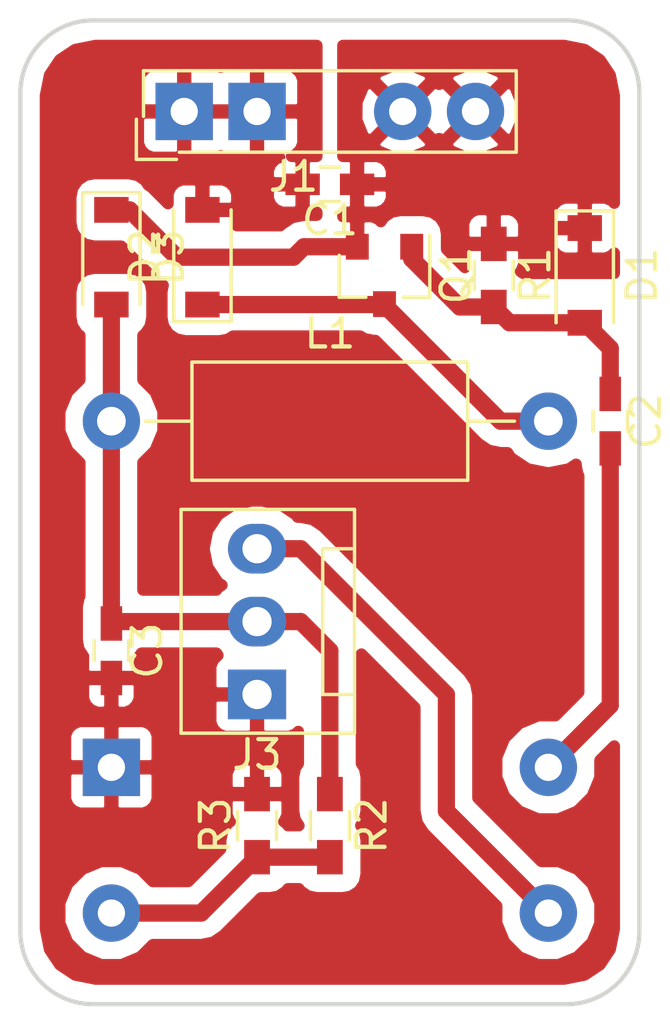
<source format=kicad_pcb>
(kicad_pcb (version 4) (host pcbnew 4.0.7)

  (general
    (links 26)
    (no_connects 0)
    (area -0.475001 -0.475001 23.734 36.035001)
    (thickness 1.6)
    (drawings 8)
    (tracks 32)
    (zones 0)
    (modules 13)
    (nets 9)
  )

  (page A4)
  (layers
    (0 F.Cu signal)
    (31 B.Cu signal)
    (32 B.Adhes user)
    (33 F.Adhes user)
    (34 B.Paste user)
    (35 F.Paste user)
    (36 B.SilkS user)
    (37 F.SilkS user)
    (38 B.Mask user)
    (39 F.Mask user)
    (40 Dwgs.User user)
    (41 Cmts.User user)
    (42 Eco1.User user)
    (43 Eco2.User user)
    (44 Edge.Cuts user)
    (45 Margin user)
    (46 B.CrtYd user)
    (47 F.CrtYd user)
    (48 B.Fab user)
    (49 F.Fab user hide)
  )

  (setup
    (last_trace_width 0.6)
    (trace_clearance 0.4)
    (zone_clearance 0.6)
    (zone_45_only no)
    (trace_min 0.2)
    (segment_width 0.2)
    (edge_width 0.15)
    (via_size 0.6)
    (via_drill 0.4)
    (via_min_size 0.4)
    (via_min_drill 0.3)
    (uvia_size 0.3)
    (uvia_drill 0.1)
    (uvias_allowed no)
    (uvia_min_size 0.2)
    (uvia_min_drill 0.1)
    (pcb_text_width 0.3)
    (pcb_text_size 1.5 1.5)
    (mod_edge_width 0.15)
    (mod_text_size 1 1)
    (mod_text_width 0.15)
    (pad_size 1.524 1.524)
    (pad_drill 0.762)
    (pad_to_mask_clearance 0.2)
    (aux_axis_origin 0 0)
    (visible_elements 7FFEFFFF)
    (pcbplotparams
      (layerselection 0x01000_00000001)
      (usegerberextensions false)
      (excludeedgelayer true)
      (linewidth 0.100000)
      (plotframeref false)
      (viasonmask false)
      (mode 1)
      (useauxorigin false)
      (hpglpennumber 1)
      (hpglpenspeed 20)
      (hpglpendiameter 15)
      (hpglpenoverlay 2)
      (psnegative false)
      (psa4output false)
      (plotreference true)
      (plotvalue true)
      (plotinvisibletext false)
      (padsonsilk false)
      (subtractmaskfromsilk false)
      (outputformat 1)
      (mirror false)
      (drillshape 0)
      (scaleselection 1)
      (outputdirectory ""))
  )

  (net 0 "")
  (net 1 +12V)
  (net 2 GND)
  (net 3 "Net-(C2-Pad1)")
  (net 4 "Net-(C3-Pad1)")
  (net 5 "Net-(D2-Pad1)")
  (net 6 /FAN_ADC)
  (net 7 /FAN_RPM)
  (net 8 /FAN_CTRL)

  (net_class Default "This is the default net class."
    (clearance 0.4)
    (trace_width 0.6)
    (via_dia 0.6)
    (via_drill 0.4)
    (uvia_dia 0.3)
    (uvia_drill 0.1)
    (add_net +12V)
    (add_net /FAN_ADC)
    (add_net /FAN_CTRL)
    (add_net /FAN_RPM)
    (add_net GND)
    (add_net "Net-(C2-Pad1)")
    (add_net "Net-(C3-Pad1)")
    (add_net "Net-(D2-Pad1)")
  )

  (module Capacitors_SMD:C_0603_HandSoldering placed (layer F.Cu) (tedit 58AA848B) (tstamp 5AA8142B)
    (at 11.43 6.35 180)
    (descr "Capacitor SMD 0603, hand soldering")
    (tags "capacitor 0603")
    (path /5AA40F47)
    (attr smd)
    (fp_text reference C1 (at 0 -1.25 180) (layer F.SilkS)
      (effects (font (size 1 1) (thickness 0.15)))
    )
    (fp_text value 1u (at 0 1.5 180) (layer F.Fab)
      (effects (font (size 1 1) (thickness 0.15)))
    )
    (fp_text user %R (at 0 -1.25 180) (layer F.Fab)
      (effects (font (size 1 1) (thickness 0.15)))
    )
    (fp_line (start -0.8 0.4) (end -0.8 -0.4) (layer F.Fab) (width 0.1))
    (fp_line (start 0.8 0.4) (end -0.8 0.4) (layer F.Fab) (width 0.1))
    (fp_line (start 0.8 -0.4) (end 0.8 0.4) (layer F.Fab) (width 0.1))
    (fp_line (start -0.8 -0.4) (end 0.8 -0.4) (layer F.Fab) (width 0.1))
    (fp_line (start -0.35 -0.6) (end 0.35 -0.6) (layer F.SilkS) (width 0.12))
    (fp_line (start 0.35 0.6) (end -0.35 0.6) (layer F.SilkS) (width 0.12))
    (fp_line (start -1.8 -0.65) (end 1.8 -0.65) (layer F.CrtYd) (width 0.05))
    (fp_line (start -1.8 -0.65) (end -1.8 0.65) (layer F.CrtYd) (width 0.05))
    (fp_line (start 1.8 0.65) (end 1.8 -0.65) (layer F.CrtYd) (width 0.05))
    (fp_line (start 1.8 0.65) (end -1.8 0.65) (layer F.CrtYd) (width 0.05))
    (pad 1 smd rect (at -0.95 0 180) (size 1.2 0.75) (layers F.Cu F.Paste F.Mask)
      (net 1 +12V))
    (pad 2 smd rect (at 0.95 0 180) (size 1.2 0.75) (layers F.Cu F.Paste F.Mask)
      (net 2 GND))
    (model Capacitors_SMD.3dshapes/C_0603.wrl
      (at (xyz 0 0 0))
      (scale (xyz 1 1 1))
      (rotate (xyz 0 0 0))
    )
  )

  (module Capacitors_SMD:C_0603_HandSoldering placed (layer F.Cu) (tedit 58AA848B) (tstamp 5AA81431)
    (at 21.209 14.605 270)
    (descr "Capacitor SMD 0603, hand soldering")
    (tags "capacitor 0603")
    (path /5AA40C84)
    (attr smd)
    (fp_text reference C2 (at 0 -1.25 270) (layer F.SilkS)
      (effects (font (size 1 1) (thickness 0.15)))
    )
    (fp_text value .047u (at 0 1.5 270) (layer F.Fab)
      (effects (font (size 1 1) (thickness 0.15)))
    )
    (fp_text user %R (at 0 -1.25 270) (layer F.Fab)
      (effects (font (size 1 1) (thickness 0.15)))
    )
    (fp_line (start -0.8 0.4) (end -0.8 -0.4) (layer F.Fab) (width 0.1))
    (fp_line (start 0.8 0.4) (end -0.8 0.4) (layer F.Fab) (width 0.1))
    (fp_line (start 0.8 -0.4) (end 0.8 0.4) (layer F.Fab) (width 0.1))
    (fp_line (start -0.8 -0.4) (end 0.8 -0.4) (layer F.Fab) (width 0.1))
    (fp_line (start -0.35 -0.6) (end 0.35 -0.6) (layer F.SilkS) (width 0.12))
    (fp_line (start 0.35 0.6) (end -0.35 0.6) (layer F.SilkS) (width 0.12))
    (fp_line (start -1.8 -0.65) (end 1.8 -0.65) (layer F.CrtYd) (width 0.05))
    (fp_line (start -1.8 -0.65) (end -1.8 0.65) (layer F.CrtYd) (width 0.05))
    (fp_line (start 1.8 0.65) (end 1.8 -0.65) (layer F.CrtYd) (width 0.05))
    (fp_line (start 1.8 0.65) (end -1.8 0.65) (layer F.CrtYd) (width 0.05))
    (pad 1 smd rect (at -0.95 0 270) (size 1.2 0.75) (layers F.Cu F.Paste F.Mask)
      (net 3 "Net-(C2-Pad1)"))
    (pad 2 smd rect (at 0.95 0 270) (size 1.2 0.75) (layers F.Cu F.Paste F.Mask)
      (net 8 /FAN_CTRL))
    (model Capacitors_SMD.3dshapes/C_0603.wrl
      (at (xyz 0 0 0))
      (scale (xyz 1 1 1))
      (rotate (xyz 0 0 0))
    )
  )

  (module Capacitors_SMD:C_0603_HandSoldering placed (layer F.Cu) (tedit 58AA848B) (tstamp 5AA81437)
    (at 3.81 22.606 270)
    (descr "Capacitor SMD 0603, hand soldering")
    (tags "capacitor 0603")
    (path /5AA40FBD)
    (attr smd)
    (fp_text reference C3 (at 0 -1.25 270) (layer F.SilkS)
      (effects (font (size 1 1) (thickness 0.15)))
    )
    (fp_text value 1u (at 0 1.5 270) (layer F.Fab)
      (effects (font (size 1 1) (thickness 0.15)))
    )
    (fp_text user %R (at 0 -1.25 270) (layer F.Fab)
      (effects (font (size 1 1) (thickness 0.15)))
    )
    (fp_line (start -0.8 0.4) (end -0.8 -0.4) (layer F.Fab) (width 0.1))
    (fp_line (start 0.8 0.4) (end -0.8 0.4) (layer F.Fab) (width 0.1))
    (fp_line (start 0.8 -0.4) (end 0.8 0.4) (layer F.Fab) (width 0.1))
    (fp_line (start -0.8 -0.4) (end 0.8 -0.4) (layer F.Fab) (width 0.1))
    (fp_line (start -0.35 -0.6) (end 0.35 -0.6) (layer F.SilkS) (width 0.12))
    (fp_line (start 0.35 0.6) (end -0.35 0.6) (layer F.SilkS) (width 0.12))
    (fp_line (start -1.8 -0.65) (end 1.8 -0.65) (layer F.CrtYd) (width 0.05))
    (fp_line (start -1.8 -0.65) (end -1.8 0.65) (layer F.CrtYd) (width 0.05))
    (fp_line (start 1.8 0.65) (end 1.8 -0.65) (layer F.CrtYd) (width 0.05))
    (fp_line (start 1.8 0.65) (end -1.8 0.65) (layer F.CrtYd) (width 0.05))
    (pad 1 smd rect (at -0.95 0 270) (size 1.2 0.75) (layers F.Cu F.Paste F.Mask)
      (net 4 "Net-(C3-Pad1)"))
    (pad 2 smd rect (at 0.95 0 270) (size 1.2 0.75) (layers F.Cu F.Paste F.Mask)
      (net 2 GND))
    (model Capacitors_SMD.3dshapes/C_0603.wrl
      (at (xyz 0 0 0))
      (scale (xyz 1 1 1))
      (rotate (xyz 0 0 0))
    )
  )

  (module Diodes_SMD:D_SOD-123 placed (layer F.Cu) (tedit 58645DC7) (tstamp 5AA8143D)
    (at 20.32 9.525 270)
    (descr SOD-123)
    (tags SOD-123)
    (path /5AA40D58)
    (attr smd)
    (fp_text reference D1 (at 0 -2 270) (layer F.SilkS)
      (effects (font (size 1 1) (thickness 0.15)))
    )
    (fp_text value D_Schottky (at 0 2.1 270) (layer F.Fab)
      (effects (font (size 1 1) (thickness 0.15)))
    )
    (fp_text user %R (at 0 -2 270) (layer F.Fab)
      (effects (font (size 1 1) (thickness 0.15)))
    )
    (fp_line (start -2.25 -1) (end -2.25 1) (layer F.SilkS) (width 0.12))
    (fp_line (start 0.25 0) (end 0.75 0) (layer F.Fab) (width 0.1))
    (fp_line (start 0.25 0.4) (end -0.35 0) (layer F.Fab) (width 0.1))
    (fp_line (start 0.25 -0.4) (end 0.25 0.4) (layer F.Fab) (width 0.1))
    (fp_line (start -0.35 0) (end 0.25 -0.4) (layer F.Fab) (width 0.1))
    (fp_line (start -0.35 0) (end -0.35 0.55) (layer F.Fab) (width 0.1))
    (fp_line (start -0.35 0) (end -0.35 -0.55) (layer F.Fab) (width 0.1))
    (fp_line (start -0.75 0) (end -0.35 0) (layer F.Fab) (width 0.1))
    (fp_line (start -1.4 0.9) (end -1.4 -0.9) (layer F.Fab) (width 0.1))
    (fp_line (start 1.4 0.9) (end -1.4 0.9) (layer F.Fab) (width 0.1))
    (fp_line (start 1.4 -0.9) (end 1.4 0.9) (layer F.Fab) (width 0.1))
    (fp_line (start -1.4 -0.9) (end 1.4 -0.9) (layer F.Fab) (width 0.1))
    (fp_line (start -2.35 -1.15) (end 2.35 -1.15) (layer F.CrtYd) (width 0.05))
    (fp_line (start 2.35 -1.15) (end 2.35 1.15) (layer F.CrtYd) (width 0.05))
    (fp_line (start 2.35 1.15) (end -2.35 1.15) (layer F.CrtYd) (width 0.05))
    (fp_line (start -2.35 -1.15) (end -2.35 1.15) (layer F.CrtYd) (width 0.05))
    (fp_line (start -2.25 1) (end 1.65 1) (layer F.SilkS) (width 0.12))
    (fp_line (start -2.25 -1) (end 1.65 -1) (layer F.SilkS) (width 0.12))
    (pad 1 smd rect (at -1.65 0 270) (size 0.9 1.2) (layers F.Cu F.Paste F.Mask)
      (net 1 +12V))
    (pad 2 smd rect (at 1.65 0 270) (size 0.9 1.2) (layers F.Cu F.Paste F.Mask)
      (net 3 "Net-(C2-Pad1)"))
    (model ${KISYS3DMOD}/Diodes_SMD.3dshapes/D_SOD-123.wrl
      (at (xyz 0 0 0))
      (scale (xyz 1 1 1))
      (rotate (xyz 0 0 0))
    )
  )

  (module Diodes_SMD:D_SOD-123 placed (layer F.Cu) (tedit 58645DC7) (tstamp 5AA81443)
    (at 6.985 8.89 90)
    (descr SOD-123)
    (tags SOD-123)
    (path /5AA40DD5)
    (attr smd)
    (fp_text reference D2 (at 0 -2 90) (layer F.SilkS)
      (effects (font (size 1 1) (thickness 0.15)))
    )
    (fp_text value D_Schottky (at 0 2.1 90) (layer F.Fab)
      (effects (font (size 1 1) (thickness 0.15)))
    )
    (fp_text user %R (at 0 -2 90) (layer F.Fab)
      (effects (font (size 1 1) (thickness 0.15)))
    )
    (fp_line (start -2.25 -1) (end -2.25 1) (layer F.SilkS) (width 0.12))
    (fp_line (start 0.25 0) (end 0.75 0) (layer F.Fab) (width 0.1))
    (fp_line (start 0.25 0.4) (end -0.35 0) (layer F.Fab) (width 0.1))
    (fp_line (start 0.25 -0.4) (end 0.25 0.4) (layer F.Fab) (width 0.1))
    (fp_line (start -0.35 0) (end 0.25 -0.4) (layer F.Fab) (width 0.1))
    (fp_line (start -0.35 0) (end -0.35 0.55) (layer F.Fab) (width 0.1))
    (fp_line (start -0.35 0) (end -0.35 -0.55) (layer F.Fab) (width 0.1))
    (fp_line (start -0.75 0) (end -0.35 0) (layer F.Fab) (width 0.1))
    (fp_line (start -1.4 0.9) (end -1.4 -0.9) (layer F.Fab) (width 0.1))
    (fp_line (start 1.4 0.9) (end -1.4 0.9) (layer F.Fab) (width 0.1))
    (fp_line (start 1.4 -0.9) (end 1.4 0.9) (layer F.Fab) (width 0.1))
    (fp_line (start -1.4 -0.9) (end 1.4 -0.9) (layer F.Fab) (width 0.1))
    (fp_line (start -2.35 -1.15) (end 2.35 -1.15) (layer F.CrtYd) (width 0.05))
    (fp_line (start 2.35 -1.15) (end 2.35 1.15) (layer F.CrtYd) (width 0.05))
    (fp_line (start 2.35 1.15) (end -2.35 1.15) (layer F.CrtYd) (width 0.05))
    (fp_line (start -2.35 -1.15) (end -2.35 1.15) (layer F.CrtYd) (width 0.05))
    (fp_line (start -2.25 1) (end 1.65 1) (layer F.SilkS) (width 0.12))
    (fp_line (start -2.25 -1) (end 1.65 -1) (layer F.SilkS) (width 0.12))
    (pad 1 smd rect (at -1.65 0 90) (size 0.9 1.2) (layers F.Cu F.Paste F.Mask)
      (net 5 "Net-(D2-Pad1)"))
    (pad 2 smd rect (at 1.65 0 90) (size 0.9 1.2) (layers F.Cu F.Paste F.Mask)
      (net 2 GND))
    (model ${KISYS3DMOD}/Diodes_SMD.3dshapes/D_SOD-123.wrl
      (at (xyz 0 0 0))
      (scale (xyz 1 1 1))
      (rotate (xyz 0 0 0))
    )
  )

  (module Diodes_SMD:D_SOD-123 placed (layer F.Cu) (tedit 58645DC7) (tstamp 5AA81449)
    (at 3.81 8.89 270)
    (descr SOD-123)
    (tags SOD-123)
    (path /5AA40E20)
    (attr smd)
    (fp_text reference D3 (at 0 -2 270) (layer F.SilkS)
      (effects (font (size 1 1) (thickness 0.15)))
    )
    (fp_text value D_Schottky (at 0 2.1 270) (layer F.Fab)
      (effects (font (size 1 1) (thickness 0.15)))
    )
    (fp_text user %R (at 0 -2 270) (layer F.Fab)
      (effects (font (size 1 1) (thickness 0.15)))
    )
    (fp_line (start -2.25 -1) (end -2.25 1) (layer F.SilkS) (width 0.12))
    (fp_line (start 0.25 0) (end 0.75 0) (layer F.Fab) (width 0.1))
    (fp_line (start 0.25 0.4) (end -0.35 0) (layer F.Fab) (width 0.1))
    (fp_line (start 0.25 -0.4) (end 0.25 0.4) (layer F.Fab) (width 0.1))
    (fp_line (start -0.35 0) (end 0.25 -0.4) (layer F.Fab) (width 0.1))
    (fp_line (start -0.35 0) (end -0.35 0.55) (layer F.Fab) (width 0.1))
    (fp_line (start -0.35 0) (end -0.35 -0.55) (layer F.Fab) (width 0.1))
    (fp_line (start -0.75 0) (end -0.35 0) (layer F.Fab) (width 0.1))
    (fp_line (start -1.4 0.9) (end -1.4 -0.9) (layer F.Fab) (width 0.1))
    (fp_line (start 1.4 0.9) (end -1.4 0.9) (layer F.Fab) (width 0.1))
    (fp_line (start 1.4 -0.9) (end 1.4 0.9) (layer F.Fab) (width 0.1))
    (fp_line (start -1.4 -0.9) (end 1.4 -0.9) (layer F.Fab) (width 0.1))
    (fp_line (start -2.35 -1.15) (end 2.35 -1.15) (layer F.CrtYd) (width 0.05))
    (fp_line (start 2.35 -1.15) (end 2.35 1.15) (layer F.CrtYd) (width 0.05))
    (fp_line (start 2.35 1.15) (end -2.35 1.15) (layer F.CrtYd) (width 0.05))
    (fp_line (start -2.35 -1.15) (end -2.35 1.15) (layer F.CrtYd) (width 0.05))
    (fp_line (start -2.25 1) (end 1.65 1) (layer F.SilkS) (width 0.12))
    (fp_line (start -2.25 -1) (end 1.65 -1) (layer F.SilkS) (width 0.12))
    (pad 1 smd rect (at -1.65 0 270) (size 0.9 1.2) (layers F.Cu F.Paste F.Mask)
      (net 1 +12V))
    (pad 2 smd rect (at 1.65 0 270) (size 0.9 1.2) (layers F.Cu F.Paste F.Mask)
      (net 4 "Net-(C3-Pad1)"))
    (model ${KISYS3DMOD}/Diodes_SMD.3dshapes/D_SOD-123.wrl
      (at (xyz 0 0 0))
      (scale (xyz 1 1 1))
      (rotate (xyz 0 0 0))
    )
  )

  (module Connectors:Fan_Pin_Header_Straight_1x03 placed (layer F.Cu) (tedit 58130A41) (tstamp 5AA81460)
    (at 8.89 24.13 180)
    (descr "3-pin CPU fan Through hole pin header")
    (tags "pin header 3-pin CPU fan")
    (path /5AA4101F)
    (fp_text reference J3 (at 0 -2.1 180) (layer F.SilkS)
      (effects (font (size 1 1) (thickness 0.15)))
    )
    (fp_text value Conn_01x03 (at 0 7.25 180) (layer F.Fab)
      (effects (font (size 1 1) (thickness 0.15)))
    )
    (fp_text user %R (at 0 -2.1 180) (layer F.Fab)
      (effects (font (size 1 1) (thickness 0.15)))
    )
    (fp_line (start -3.4 -1.35) (end 2.65 -1.35) (layer F.SilkS) (width 0.12))
    (fp_line (start 2.65 -1.35) (end 2.65 6.45) (layer F.SilkS) (width 0.12))
    (fp_line (start 2.65 6.45) (end -3.4 6.45) (layer F.SilkS) (width 0.12))
    (fp_line (start -3.4 6.45) (end -3.4 -1.35) (layer F.SilkS) (width 0.12))
    (fp_line (start -3.3 5.05) (end -2.3 5.05) (layer F.Fab) (width 0.1))
    (fp_line (start -2.3 5.05) (end -2.3 0) (layer F.Fab) (width 0.1))
    (fp_line (start -2.3 0) (end -3.3 0) (layer F.Fab) (width 0.1))
    (fp_line (start -3.3 -1.25) (end 2.55 -1.25) (layer F.Fab) (width 0.1))
    (fp_line (start 2.55 -1.25) (end 2.55 6.35) (layer F.Fab) (width 0.1))
    (fp_line (start 2.55 6.35) (end -3.3 6.35) (layer F.Fab) (width 0.1))
    (fp_line (start -3.3 6.35) (end -3.3 -1.25) (layer F.Fab) (width 0.1))
    (fp_line (start -3.3 0) (end -2.29 0) (layer F.SilkS) (width 0.12))
    (fp_line (start -2.29 0) (end -2.29 5.08) (layer F.SilkS) (width 0.12))
    (fp_line (start -2.29 5.08) (end -3.3 5.08) (layer F.SilkS) (width 0.12))
    (fp_line (start -3.8 -1.75) (end 3.05 -1.75) (layer F.CrtYd) (width 0.05))
    (fp_line (start -3.8 -1.75) (end -3.8 6.85) (layer F.CrtYd) (width 0.05))
    (fp_line (start 3.05 6.85) (end 3.05 -1.75) (layer F.CrtYd) (width 0.05))
    (fp_line (start 3.05 6.85) (end -3.8 6.85) (layer F.CrtYd) (width 0.05))
    (pad 1 thru_hole rect (at 0 0 180) (size 2.03 1.73) (drill 1.02) (layers *.Cu *.Mask)
      (net 2 GND))
    (pad 2 thru_hole oval (at 0 2.54 180) (size 2.03 1.73) (drill 1.02) (layers *.Cu *.Mask)
      (net 4 "Net-(C3-Pad1)"))
    (pad 3 thru_hole oval (at 0 5.08 180) (size 2.03 1.73) (drill 1.02) (layers *.Cu *.Mask)
      (net 7 /FAN_RPM))
    (model Connectors.3dshapes\Fan_Pin_Header_Straight_1x03.wrl
      (at (xyz 0 0 0))
      (scale (xyz 0.39 0.39 0.39))
      (rotate (xyz 0 0 -90))
    )
  )

  (module Inductors_THT:L_Axial_L9.5mm_D4.0mm_P15.24mm_Horizontal_Fastron_SMCC placed (layer F.Cu) (tedit 587E3FCE) (tstamp 5AA81466)
    (at 3.81 14.605)
    (descr "L, Axial series, Axial, Horizontal, pin pitch=15.24mm, , length*diameter=9.5*4mm^2, Fastron, SMCC, http://cdn-reichelt.de/documents/datenblatt/B400/DS_SMCC_NEU.pdf, http://cdn-reichelt.de/documents/datenblatt/B400/LEADEDINDUCTORS.pdf")
    (tags "L Axial series Axial Horizontal pin pitch 15.24mm  length 9.5mm diameter 4mm Fastron SMCC")
    (path /5AA40CDB)
    (fp_text reference L1 (at 7.62 -3.06) (layer F.SilkS)
      (effects (font (size 1 1) (thickness 0.15)))
    )
    (fp_text value 100u (at 7.62 3.06) (layer F.Fab)
      (effects (font (size 1 1) (thickness 0.15)))
    )
    (fp_line (start 2.87 -2) (end 2.87 2) (layer F.Fab) (width 0.1))
    (fp_line (start 2.87 2) (end 12.37 2) (layer F.Fab) (width 0.1))
    (fp_line (start 12.37 2) (end 12.37 -2) (layer F.Fab) (width 0.1))
    (fp_line (start 12.37 -2) (end 2.87 -2) (layer F.Fab) (width 0.1))
    (fp_line (start 0 0) (end 2.87 0) (layer F.Fab) (width 0.1))
    (fp_line (start 15.24 0) (end 12.37 0) (layer F.Fab) (width 0.1))
    (fp_line (start 2.81 -2.06) (end 2.81 2.06) (layer F.SilkS) (width 0.12))
    (fp_line (start 2.81 2.06) (end 12.43 2.06) (layer F.SilkS) (width 0.12))
    (fp_line (start 12.43 2.06) (end 12.43 -2.06) (layer F.SilkS) (width 0.12))
    (fp_line (start 12.43 -2.06) (end 2.81 -2.06) (layer F.SilkS) (width 0.12))
    (fp_line (start 1.18 0) (end 2.81 0) (layer F.SilkS) (width 0.12))
    (fp_line (start 14.06 0) (end 12.43 0) (layer F.SilkS) (width 0.12))
    (fp_line (start -1.25 -2.35) (end -1.25 2.35) (layer F.CrtYd) (width 0.05))
    (fp_line (start -1.25 2.35) (end 16.5 2.35) (layer F.CrtYd) (width 0.05))
    (fp_line (start 16.5 2.35) (end 16.5 -2.35) (layer F.CrtYd) (width 0.05))
    (fp_line (start 16.5 -2.35) (end -1.25 -2.35) (layer F.CrtYd) (width 0.05))
    (pad 1 thru_hole circle (at 0 0) (size 2 2) (drill 1) (layers *.Cu *.Mask)
      (net 4 "Net-(C3-Pad1)"))
    (pad 2 thru_hole oval (at 15.24 0) (size 2 2) (drill 1) (layers *.Cu *.Mask)
      (net 5 "Net-(D2-Pad1)"))
    (model Inductors_THT.3dshapes/L_Axial_L9.5mm_D4.0mm_P15.24mm_Horizontal_Fastron_SMCC.wrl
      (at (xyz 0 0 0))
      (scale (xyz 0.393701 0.393701 0.393701))
      (rotate (xyz 0 0 0))
    )
  )

  (module TO_SOT_Packages_SMD:SOT-23 placed (layer F.Cu) (tedit 58CE4E7E) (tstamp 5AA8146D)
    (at 13.335 9.525 270)
    (descr "SOT-23, Standard")
    (tags SOT-23)
    (path /5AA40C0A)
    (attr smd)
    (fp_text reference Q1 (at 0 -2.5 270) (layer F.SilkS)
      (effects (font (size 1 1) (thickness 0.15)))
    )
    (fp_text value DMP2160U (at 0 2.5 270) (layer F.Fab)
      (effects (font (size 1 1) (thickness 0.15)))
    )
    (fp_text user %R (at 0 0 360) (layer F.Fab)
      (effects (font (size 0.5 0.5) (thickness 0.075)))
    )
    (fp_line (start -0.7 -0.95) (end -0.7 1.5) (layer F.Fab) (width 0.1))
    (fp_line (start -0.15 -1.52) (end 0.7 -1.52) (layer F.Fab) (width 0.1))
    (fp_line (start -0.7 -0.95) (end -0.15 -1.52) (layer F.Fab) (width 0.1))
    (fp_line (start 0.7 -1.52) (end 0.7 1.52) (layer F.Fab) (width 0.1))
    (fp_line (start -0.7 1.52) (end 0.7 1.52) (layer F.Fab) (width 0.1))
    (fp_line (start 0.76 1.58) (end 0.76 0.65) (layer F.SilkS) (width 0.12))
    (fp_line (start 0.76 -1.58) (end 0.76 -0.65) (layer F.SilkS) (width 0.12))
    (fp_line (start -1.7 -1.75) (end 1.7 -1.75) (layer F.CrtYd) (width 0.05))
    (fp_line (start 1.7 -1.75) (end 1.7 1.75) (layer F.CrtYd) (width 0.05))
    (fp_line (start 1.7 1.75) (end -1.7 1.75) (layer F.CrtYd) (width 0.05))
    (fp_line (start -1.7 1.75) (end -1.7 -1.75) (layer F.CrtYd) (width 0.05))
    (fp_line (start 0.76 -1.58) (end -1.4 -1.58) (layer F.SilkS) (width 0.12))
    (fp_line (start 0.76 1.58) (end -0.7 1.58) (layer F.SilkS) (width 0.12))
    (pad 1 smd rect (at -1 -0.95 270) (size 0.9 0.8) (layers F.Cu F.Paste F.Mask)
      (net 3 "Net-(C2-Pad1)"))
    (pad 2 smd rect (at -1 0.95 270) (size 0.9 0.8) (layers F.Cu F.Paste F.Mask)
      (net 1 +12V))
    (pad 3 smd rect (at 1 0 270) (size 0.9 0.8) (layers F.Cu F.Paste F.Mask)
      (net 5 "Net-(D2-Pad1)"))
    (model ${KISYS3DMOD}/TO_SOT_Packages_SMD.3dshapes/SOT-23.wrl
      (at (xyz 0 0 0))
      (scale (xyz 1 1 1))
      (rotate (xyz 0 0 0))
    )
  )

  (module Resistors_SMD:R_0603_HandSoldering placed (layer F.Cu) (tedit 58E0A804) (tstamp 5AA81473)
    (at 17.145 9.525 270)
    (descr "Resistor SMD 0603, hand soldering")
    (tags "resistor 0603")
    (path /5AA40E6B)
    (attr smd)
    (fp_text reference R1 (at 0 -1.45 270) (layer F.SilkS)
      (effects (font (size 1 1) (thickness 0.15)))
    )
    (fp_text value 100k (at 0 1.55 270) (layer F.Fab)
      (effects (font (size 1 1) (thickness 0.15)))
    )
    (fp_text user %R (at 0 0 270) (layer F.Fab)
      (effects (font (size 0.4 0.4) (thickness 0.075)))
    )
    (fp_line (start -0.8 0.4) (end -0.8 -0.4) (layer F.Fab) (width 0.1))
    (fp_line (start 0.8 0.4) (end -0.8 0.4) (layer F.Fab) (width 0.1))
    (fp_line (start 0.8 -0.4) (end 0.8 0.4) (layer F.Fab) (width 0.1))
    (fp_line (start -0.8 -0.4) (end 0.8 -0.4) (layer F.Fab) (width 0.1))
    (fp_line (start 0.5 0.68) (end -0.5 0.68) (layer F.SilkS) (width 0.12))
    (fp_line (start -0.5 -0.68) (end 0.5 -0.68) (layer F.SilkS) (width 0.12))
    (fp_line (start -1.96 -0.7) (end 1.95 -0.7) (layer F.CrtYd) (width 0.05))
    (fp_line (start -1.96 -0.7) (end -1.96 0.7) (layer F.CrtYd) (width 0.05))
    (fp_line (start 1.95 0.7) (end 1.95 -0.7) (layer F.CrtYd) (width 0.05))
    (fp_line (start 1.95 0.7) (end -1.96 0.7) (layer F.CrtYd) (width 0.05))
    (pad 1 smd rect (at -1.1 0 270) (size 1.2 0.9) (layers F.Cu F.Paste F.Mask)
      (net 1 +12V))
    (pad 2 smd rect (at 1.1 0 270) (size 1.2 0.9) (layers F.Cu F.Paste F.Mask)
      (net 3 "Net-(C2-Pad1)"))
    (model ${KISYS3DMOD}/Resistors_SMD.3dshapes/R_0603.wrl
      (at (xyz 0 0 0))
      (scale (xyz 1 1 1))
      (rotate (xyz 0 0 0))
    )
  )

  (module Resistors_SMD:R_0603_HandSoldering placed (layer F.Cu) (tedit 58E0A804) (tstamp 5AA81479)
    (at 11.43 28.702 270)
    (descr "Resistor SMD 0603, hand soldering")
    (tags "resistor 0603")
    (path /5AA42769)
    (attr smd)
    (fp_text reference R2 (at 0 -1.45 270) (layer F.SilkS)
      (effects (font (size 1 1) (thickness 0.15)))
    )
    (fp_text value 9.1k (at 0 1.55 270) (layer F.Fab)
      (effects (font (size 1 1) (thickness 0.15)))
    )
    (fp_text user %R (at 0 0 270) (layer F.Fab)
      (effects (font (size 0.4 0.4) (thickness 0.075)))
    )
    (fp_line (start -0.8 0.4) (end -0.8 -0.4) (layer F.Fab) (width 0.1))
    (fp_line (start 0.8 0.4) (end -0.8 0.4) (layer F.Fab) (width 0.1))
    (fp_line (start 0.8 -0.4) (end 0.8 0.4) (layer F.Fab) (width 0.1))
    (fp_line (start -0.8 -0.4) (end 0.8 -0.4) (layer F.Fab) (width 0.1))
    (fp_line (start 0.5 0.68) (end -0.5 0.68) (layer F.SilkS) (width 0.12))
    (fp_line (start -0.5 -0.68) (end 0.5 -0.68) (layer F.SilkS) (width 0.12))
    (fp_line (start -1.96 -0.7) (end 1.95 -0.7) (layer F.CrtYd) (width 0.05))
    (fp_line (start -1.96 -0.7) (end -1.96 0.7) (layer F.CrtYd) (width 0.05))
    (fp_line (start 1.95 0.7) (end 1.95 -0.7) (layer F.CrtYd) (width 0.05))
    (fp_line (start 1.95 0.7) (end -1.96 0.7) (layer F.CrtYd) (width 0.05))
    (pad 1 smd rect (at -1.1 0 270) (size 1.2 0.9) (layers F.Cu F.Paste F.Mask)
      (net 4 "Net-(C3-Pad1)"))
    (pad 2 smd rect (at 1.1 0 270) (size 1.2 0.9) (layers F.Cu F.Paste F.Mask)
      (net 6 /FAN_ADC))
    (model ${KISYS3DMOD}/Resistors_SMD.3dshapes/R_0603.wrl
      (at (xyz 0 0 0))
      (scale (xyz 1 1 1))
      (rotate (xyz 0 0 0))
    )
  )

  (module Resistors_SMD:R_0603_HandSoldering placed (layer F.Cu) (tedit 58E0A804) (tstamp 5AA8147F)
    (at 8.89 28.702 90)
    (descr "Resistor SMD 0603, hand soldering")
    (tags "resistor 0603")
    (path /5AA427BE)
    (attr smd)
    (fp_text reference R3 (at 0 -1.45 90) (layer F.SilkS)
      (effects (font (size 1 1) (thickness 0.15)))
    )
    (fp_text value 1.3k (at 0 1.55 90) (layer F.Fab)
      (effects (font (size 1 1) (thickness 0.15)))
    )
    (fp_text user %R (at 0 0 90) (layer F.Fab)
      (effects (font (size 0.4 0.4) (thickness 0.075)))
    )
    (fp_line (start -0.8 0.4) (end -0.8 -0.4) (layer F.Fab) (width 0.1))
    (fp_line (start 0.8 0.4) (end -0.8 0.4) (layer F.Fab) (width 0.1))
    (fp_line (start 0.8 -0.4) (end 0.8 0.4) (layer F.Fab) (width 0.1))
    (fp_line (start -0.8 -0.4) (end 0.8 -0.4) (layer F.Fab) (width 0.1))
    (fp_line (start 0.5 0.68) (end -0.5 0.68) (layer F.SilkS) (width 0.12))
    (fp_line (start -0.5 -0.68) (end 0.5 -0.68) (layer F.SilkS) (width 0.12))
    (fp_line (start -1.96 -0.7) (end 1.95 -0.7) (layer F.CrtYd) (width 0.05))
    (fp_line (start -1.96 -0.7) (end -1.96 0.7) (layer F.CrtYd) (width 0.05))
    (fp_line (start 1.95 0.7) (end 1.95 -0.7) (layer F.CrtYd) (width 0.05))
    (fp_line (start 1.95 0.7) (end -1.96 0.7) (layer F.CrtYd) (width 0.05))
    (pad 1 smd rect (at -1.1 0 90) (size 1.2 0.9) (layers F.Cu F.Paste F.Mask)
      (net 6 /FAN_ADC))
    (pad 2 smd rect (at 1.1 0 90) (size 1.2 0.9) (layers F.Cu F.Paste F.Mask)
      (net 2 GND))
    (model ${KISYS3DMOD}/Resistors_SMD.3dshapes/R_0603.wrl
      (at (xyz 0 0 0))
      (scale (xyz 1 1 1))
      (rotate (xyz 0 0 0))
    )
  )

  (module custom:Fan_Controller placed (layer F.Cu) (tedit 5AA878FA) (tstamp 5AA85A0C)
    (at 11.43 3.81)
    (descr "Low profile, screw machine socket strip, through hole, 100mil / 2.54mm pitch")
    (tags "samtec socket strip tht single")
    (path /5AA82FE8)
    (fp_text reference J1 (at -1.27 2.27 180) (layer F.SilkS)
      (effects (font (size 1 1) (thickness 0.15)))
    )
    (fp_text value Conn_01x08 (at -1.27 -2.54) (layer F.Fab)
      (effects (font (size 1 1) (thickness 0.15)))
    )
    (fp_line (start -11.43 -3.81) (end 11.43 -3.81) (layer F.CrtYd) (width 0.15))
    (fp_line (start 11.43 -3.81) (end 11.43 31.75) (layer F.CrtYd) (width 0.15))
    (fp_line (start 11.43 31.75) (end -11.43 31.75) (layer F.CrtYd) (width 0.15))
    (fp_line (start -11.43 31.75) (end -11.43 -3.81) (layer F.CrtYd) (width 0.15))
    (fp_line (start -6.5 0.17) (end -6.5 -1.42) (layer F.SilkS) (width 0.12))
    (fp_line (start -6.5 -1.42) (end 6.5 -1.42) (layer F.SilkS) (width 0.12))
    (fp_line (start 6.5 -1.42) (end 6.5 1.42) (layer F.SilkS) (width 0.12))
    (fp_line (start 6.5 1.42) (end -5.25 1.42) (layer F.SilkS) (width 0.12))
    (fp_line (start -6.75 0.27) (end -6.75 1.67) (layer F.SilkS) (width 0.12))
    (fp_line (start -6.75 1.67) (end -5.35 1.67) (layer F.SilkS) (width 0.12))
    (fp_line (start -6.75 0.27) (end -6.75 1.67) (layer F.Fab) (width 0.1))
    (fp_line (start -6.75 1.67) (end -5.35 1.67) (layer F.Fab) (width 0.1))
    (fp_line (start -6.35 1.27) (end 6.35 1.27) (layer F.Fab) (width 0.1))
    (fp_line (start 6.35 1.27) (end 6.35 -1.27) (layer F.Fab) (width 0.1))
    (fp_line (start 6.35 -1.27) (end -6.35 -1.27) (layer F.Fab) (width 0.1))
    (fp_line (start -6.35 -1.27) (end -6.35 1.27) (layer F.Fab) (width 0.1))
    (fp_line (start -6.85 1.77) (end 4.31 1.77) (layer F.CrtYd) (width 0.05))
    (fp_line (start 4.31 1.77) (end 4.31 -1.77) (layer F.CrtYd) (width 0.05))
    (fp_line (start 4.31 -1.77) (end -6.85 -1.77) (layer F.CrtYd) (width 0.05))
    (fp_line (start -6.85 -1.77) (end -6.85 1.77) (layer F.CrtYd) (width 0.05))
    (fp_line (start -3.81 1.27) (end -3.81 1.07) (layer F.Fab) (width 0.1))
    (fp_line (start -3.81 -1.27) (end -3.81 -1.07) (layer F.Fab) (width 0.1))
    (fp_line (start -1.27 1.27) (end -1.27 1.07) (layer F.Fab) (width 0.1))
    (fp_line (start -1.27 -1.27) (end -1.27 -1.07) (layer F.Fab) (width 0.1))
    (fp_line (start 1.27 1.27) (end 1.27 1.07) (layer F.Fab) (width 0.1))
    (fp_line (start 1.27 -1.27) (end 1.27 -1.07) (layer F.Fab) (width 0.1))
    (fp_line (start 3.81 1.27) (end 3.81 1.07) (layer F.Fab) (width 0.1))
    (fp_line (start 3.81 -1.27) (end 3.81 -1.07) (layer F.Fab) (width 0.1))
    (fp_text user %R (at -1.27 0 180) (layer F.Fab)
      (effects (font (size 1 1) (thickness 0.15)))
    )
    (pad 2 thru_hole rect (at -2.54 0) (size 2 2) (drill 0.95) (layers *.Cu *.Mask)
      (net 2 GND))
    (pad 6 thru_hole circle (at -7.62 27.94 90) (size 2 2) (drill 0.95) (layers *.Cu *.Mask)
      (net 6 /FAN_ADC))
    (pad 5 thru_hole rect (at -7.62 22.86) (size 2 2) (drill 0.95) (layers *.Cu *.Mask)
      (net 2 GND))
    (pad 1 thru_hole rect (at -5.08 0) (size 2 2) (drill 0.95) (layers *.Cu *.Mask)
      (net 2 GND))
    (pad 3 thru_hole circle (at 2.54 0 90) (size 2 2) (drill 0.95) (layers *.Cu *.Mask)
      (net 1 +12V))
    (pad 4 thru_hole circle (at 5.08 0 90) (size 2 2) (drill 0.95) (layers *.Cu *.Mask)
      (net 1 +12V))
    (pad 7 thru_hole circle (at 7.62 27.94 90) (size 2 2) (drill 0.95) (layers *.Cu *.Mask)
      (net 7 /FAN_RPM))
    (pad 8 thru_hole circle (at 7.62 22.86 90) (size 2 2) (drill 0.95) (layers *.Cu *.Mask)
      (net 8 /FAN_CTRL))
    (model ${KISYS3DMOD}/Connectors_Samtec.3dshapes/SL-104-X-XX_1x04.wrl
      (at (xyz 0 0 0))
      (scale (xyz 1 1 1))
      (rotate (xyz 0 0 0))
    )
  )

  (gr_line (start 0.635 3.175) (end 0.635 32.385) (angle 90) (layer Edge.Cuts) (width 0.15))
  (gr_line (start 19.685 0.635) (end 3.175 0.635) (angle 90) (layer Edge.Cuts) (width 0.15))
  (gr_line (start 22.225 32.385) (end 22.225 3.175) (angle 90) (layer Edge.Cuts) (width 0.15))
  (gr_line (start 3.175 34.925) (end 19.685 34.925) (angle 90) (layer Edge.Cuts) (width 0.15))
  (gr_arc (start 19.685 32.385) (end 22.225 32.385) (angle 90) (layer Edge.Cuts) (width 0.15))
  (gr_arc (start 3.175 32.385) (end 3.175 34.925) (angle 90) (layer Edge.Cuts) (width 0.15))
  (gr_arc (start 19.685 3.175) (end 19.685 0.635) (angle 90) (layer Edge.Cuts) (width 0.15))
  (gr_arc (start 3.175 3.175) (end 0.635 3.175) (angle 90) (layer Edge.Cuts) (width 0.15))

  (segment (start 3.81 7.24) (end 4.446 7.24) (width 0.6) (layer F.Cu) (net 1))
  (segment (start 10.525 8.525) (end 12.385 8.525) (width 0.6) (layer F.Cu) (net 1) (tstamp 5AA87756))
  (segment (start 10.16 8.89) (end 10.525 8.525) (width 0.6) (layer F.Cu) (net 1) (tstamp 5AA8774F))
  (segment (start 6.096 8.89) (end 10.16 8.89) (width 0.6) (layer F.Cu) (net 1) (tstamp 5AA8774B))
  (segment (start 4.446 7.24) (end 6.096 8.89) (width 0.6) (layer F.Cu) (net 1) (tstamp 5AA8782D))
  (segment (start 3.81 7.24) (end 3.938 7.24) (width 0.6) (layer F.Cu) (net 1))
  (segment (start 21.209 13.655) (end 21.209 12.064) (width 0.6) (layer F.Cu) (net 3))
  (segment (start 21.209 12.064) (end 20.32 11.175) (width 0.6) (layer F.Cu) (net 3) (tstamp 5AA8789A))
  (segment (start 20.32 11.175) (end 20.32 11.176) (width 0.6) (layer F.Cu) (net 3))
  (segment (start 20.32 11.175) (end 17.695 11.175) (width 0.6) (layer F.Cu) (net 3))
  (segment (start 17.695 11.175) (end 17.145 10.625) (width 0.6) (layer F.Cu) (net 3) (tstamp 5AA8776C))
  (segment (start 14.285 8.525) (end 14.285 8.951) (width 0.6) (layer F.Cu) (net 3))
  (segment (start 14.285 8.951) (end 15.959 10.625) (width 0.6) (layer F.Cu) (net 3) (tstamp 5AA87762))
  (segment (start 15.959 10.625) (end 17.145 10.625) (width 0.6) (layer F.Cu) (net 3) (tstamp 5AA87768))
  (segment (start 3.81 14.605) (end 3.81 21.656) (width 0.6) (layer F.Cu) (net 4))
  (segment (start 3.81 10.54) (end 3.81 14.605) (width 0.6) (layer F.Cu) (net 4))
  (segment (start 8.89 21.59) (end 10.414 21.59) (width 0.6) (layer F.Cu) (net 4))
  (segment (start 11.43 22.606) (end 11.43 27.602) (width 0.6) (layer F.Cu) (net 4) (tstamp 5AA872E8))
  (segment (start 10.414 21.59) (end 11.43 22.606) (width 0.6) (layer F.Cu) (net 4) (tstamp 5AA872E6))
  (segment (start 3.744 21.59) (end 8.89 21.59) (width 0.6) (layer F.Cu) (net 4) (tstamp 5AA872D2))
  (segment (start 6.985 10.54) (end 13.32 10.54) (width 0.6) (layer F.Cu) (net 5))
  (segment (start 13.32 10.54) (end 17.385 14.605) (width 0.6) (layer F.Cu) (net 5) (tstamp 5AA8773D))
  (segment (start 17.385 14.605) (end 19.05 14.605) (width 0.6) (layer F.Cu) (net 5) (tstamp 5AA8773E))
  (segment (start 11.43 29.802) (end 8.89 29.802) (width 0.6) (layer F.Cu) (net 6))
  (segment (start 8.89 29.802) (end 6.942 31.75) (width 0.6) (layer F.Cu) (net 6) (tstamp 5AA872EB))
  (segment (start 6.942 31.75) (end 3.81 31.75) (width 0.6) (layer F.Cu) (net 6) (tstamp 5AA872EC))
  (segment (start 8.89 19.05) (end 10.414 19.05) (width 0.6) (layer F.Cu) (net 7))
  (segment (start 15.494 28.194) (end 19.05 31.75) (width 0.6) (layer F.Cu) (net 7) (tstamp 5AA872F9))
  (segment (start 15.494 24.13) (end 15.494 28.194) (width 0.6) (layer F.Cu) (net 7) (tstamp 5AA872F5))
  (segment (start 10.414 19.05) (end 15.494 24.13) (width 0.6) (layer F.Cu) (net 7) (tstamp 5AA872F2))
  (segment (start 21.209 15.555) (end 21.209 24.511) (width 0.6) (layer F.Cu) (net 8))
  (segment (start 21.209 24.511) (end 19.05 26.67) (width 0.6) (layer F.Cu) (net 8) (tstamp 5AA8789D))

  (zone (net 1) (net_name +12V) (layer F.Cu) (tstamp 5AA876E0) (hatch edge 0.508)
    (connect_pads (clearance 0.6))
    (min_thickness 0.4)
    (fill yes (arc_segments 16) (thermal_gap 0.4) (thermal_bridge_width 0.5))
    (polygon
      (pts
        (xy 11.684 0) (xy 22.86 0) (xy 22.86 9.652) (xy 11.684 9.652)
      )
    )
    (filled_polygon
      (pts
        (xy 20.315607 1.652578) (xy 20.850211 2.009789) (xy 21.207422 2.544393) (xy 21.35 3.261179) (xy 21.35 7.006472)
        (xy 21.259873 6.916345) (xy 21.039348 6.825) (xy 20.52 6.825) (xy 20.37 6.975) (xy 20.37 7.825)
        (xy 20.39 7.825) (xy 20.39 7.925) (xy 20.37 7.925) (xy 20.37 8.775) (xy 20.52 8.925)
        (xy 21.039348 8.925) (xy 21.259873 8.833655) (xy 21.35 8.743528) (xy 21.35 9.452) (xy 18.173451 9.452)
        (xy 18.080226 9.388302) (xy 18.103656 9.364872) (xy 18.195 9.144347) (xy 18.195 8.625) (xy 18.045 8.475)
        (xy 17.195 8.475) (xy 17.195 8.495) (xy 17.095 8.495) (xy 17.095 8.475) (xy 16.245 8.475)
        (xy 16.095 8.625) (xy 16.095 9.144347) (xy 16.138146 9.248511) (xy 15.500672 8.611038) (xy 15.500672 8.075)
        (xy 15.444889 7.778538) (xy 15.397989 7.705653) (xy 16.095 7.705653) (xy 16.095 8.225) (xy 16.245 8.375)
        (xy 17.095 8.375) (xy 17.095 7.375) (xy 17.195 7.375) (xy 17.195 8.375) (xy 18.045 8.375)
        (xy 18.195 8.225) (xy 18.195 8.075) (xy 19.12 8.075) (xy 19.12 8.444347) (xy 19.211344 8.664872)
        (xy 19.380127 8.833655) (xy 19.600652 8.925) (xy 20.12 8.925) (xy 20.27 8.775) (xy 20.27 7.925)
        (xy 19.27 7.925) (xy 19.12 8.075) (xy 18.195 8.075) (xy 18.195 7.705653) (xy 18.103656 7.485128)
        (xy 17.934873 7.316345) (xy 17.909061 7.305653) (xy 19.12 7.305653) (xy 19.12 7.675) (xy 19.27 7.825)
        (xy 20.27 7.825) (xy 20.27 6.975) (xy 20.12 6.825) (xy 19.600652 6.825) (xy 19.380127 6.916345)
        (xy 19.211344 7.085128) (xy 19.12 7.305653) (xy 17.909061 7.305653) (xy 17.714348 7.225) (xy 17.345 7.225)
        (xy 17.195 7.375) (xy 17.095 7.375) (xy 16.945 7.225) (xy 16.575652 7.225) (xy 16.355127 7.316345)
        (xy 16.186344 7.485128) (xy 16.095 7.705653) (xy 15.397989 7.705653) (xy 15.26968 7.506256) (xy 15.002342 7.323591)
        (xy 14.685 7.259328) (xy 13.885 7.259328) (xy 13.588538 7.315111) (xy 13.316256 7.49032) (xy 13.20771 7.649182)
        (xy 13.124873 7.566345) (xy 12.904348 7.475) (xy 12.585 7.475) (xy 12.435 7.625) (xy 12.435 8.475)
        (xy 12.455 8.475) (xy 12.455 8.575) (xy 12.435 8.575) (xy 12.435 8.595) (xy 12.335 8.595)
        (xy 12.335 8.575) (xy 12.315 8.575) (xy 12.315 8.475) (xy 12.335 8.475) (xy 12.335 7.625)
        (xy 12.185 7.475) (xy 11.884 7.475) (xy 11.884 7.325) (xy 12.18 7.325) (xy 12.33 7.175)
        (xy 12.33 6.4) (xy 12.43 6.4) (xy 12.43 7.175) (xy 12.58 7.325) (xy 13.099347 7.325)
        (xy 13.319872 7.233656) (xy 13.488655 7.064873) (xy 13.58 6.844348) (xy 13.58 6.55) (xy 13.43 6.4)
        (xy 12.43 6.4) (xy 12.33 6.4) (xy 12.31 6.4) (xy 12.31 6.3) (xy 12.33 6.3)
        (xy 12.33 5.525) (xy 12.43 5.525) (xy 12.43 6.3) (xy 13.43 6.3) (xy 13.58 6.15)
        (xy 13.58 5.855652) (xy 13.488655 5.635127) (xy 13.319872 5.466344) (xy 13.099347 5.375) (xy 12.58 5.375)
        (xy 12.43 5.525) (xy 12.33 5.525) (xy 12.18 5.375) (xy 11.884 5.375) (xy 11.884 4.892228)
        (xy 12.958482 4.892228) (xy 13.05202 5.158556) (xy 13.637967 5.407199) (xy 14.274463 5.412683) (xy 14.864607 5.174173)
        (xy 14.88798 5.158556) (xy 14.981518 4.892228) (xy 15.498482 4.892228) (xy 15.59202 5.158556) (xy 16.177967 5.407199)
        (xy 16.814463 5.412683) (xy 17.404607 5.174173) (xy 17.42798 5.158556) (xy 17.521518 4.892228) (xy 16.51 3.880711)
        (xy 15.498482 4.892228) (xy 14.981518 4.892228) (xy 13.97 3.880711) (xy 12.958482 4.892228) (xy 11.884 4.892228)
        (xy 11.884 4.114463) (xy 12.367317 4.114463) (xy 12.605827 4.704607) (xy 12.621444 4.72798) (xy 12.887772 4.821518)
        (xy 13.899289 3.81) (xy 14.040711 3.81) (xy 15.052228 4.821518) (xy 15.24 4.75557) (xy 15.427772 4.821518)
        (xy 16.439289 3.81) (xy 16.580711 3.81) (xy 17.592228 4.821518) (xy 17.858556 4.72798) (xy 18.107199 4.142033)
        (xy 18.112683 3.505537) (xy 17.874173 2.915393) (xy 17.858556 2.89202) (xy 17.592228 2.798482) (xy 16.580711 3.81)
        (xy 16.439289 3.81) (xy 15.427772 2.798482) (xy 15.24 2.86443) (xy 15.052228 2.798482) (xy 14.040711 3.81)
        (xy 13.899289 3.81) (xy 12.887772 2.798482) (xy 12.621444 2.89202) (xy 12.372801 3.477967) (xy 12.367317 4.114463)
        (xy 11.884 4.114463) (xy 11.884 2.727772) (xy 12.958482 2.727772) (xy 13.97 3.739289) (xy 14.981518 2.727772)
        (xy 15.498482 2.727772) (xy 16.51 3.739289) (xy 17.521518 2.727772) (xy 17.42798 2.461444) (xy 16.842033 2.212801)
        (xy 16.205537 2.207317) (xy 15.615393 2.445827) (xy 15.59202 2.461444) (xy 15.498482 2.727772) (xy 14.981518 2.727772)
        (xy 14.88798 2.461444) (xy 14.302033 2.212801) (xy 13.665537 2.207317) (xy 13.075393 2.445827) (xy 13.05202 2.461444)
        (xy 12.958482 2.727772) (xy 11.884 2.727772) (xy 11.884 1.51) (xy 19.598821 1.51)
      )
    )
  )
  (zone (net 2) (net_name GND) (layer F.Cu) (tstamp 5AA87705) (hatch edge 0.508)
    (connect_pads (clearance 0.6))
    (min_thickness 0.4)
    (fill yes (arc_segments 16) (thermal_gap 0.4) (thermal_bridge_width 0.5))
    (polygon
      (pts
        (xy 11.176 0) (xy 11.176 10.16) (xy 22.86 10.16) (xy 22.86 35.56) (xy 0 35.56)
        (xy 0 0)
      )
    )
    (filled_polygon
      (pts
        (xy 10.976 5.375) (xy 10.68 5.375) (xy 10.53 5.525) (xy 10.53 6.3) (xy 10.55 6.3)
        (xy 10.55 6.4) (xy 10.53 6.4) (xy 10.53 7.175) (xy 10.68 7.325) (xy 10.976 7.325)
        (xy 10.976 7.425) (xy 10.525 7.425) (xy 10.104048 7.508733) (xy 9.876238 7.660951) (xy 9.747183 7.747183)
        (xy 9.704366 7.79) (xy 8.185 7.79) (xy 8.185 7.44) (xy 8.035 7.29) (xy 7.035 7.29)
        (xy 7.035 7.31) (xy 6.935 7.31) (xy 6.935 7.29) (xy 6.915 7.29) (xy 6.915 7.19)
        (xy 6.935 7.19) (xy 6.935 6.34) (xy 7.035 6.34) (xy 7.035 7.19) (xy 8.035 7.19)
        (xy 8.185 7.04) (xy 8.185 6.670653) (xy 8.135025 6.55) (xy 9.28 6.55) (xy 9.28 6.844348)
        (xy 9.371345 7.064873) (xy 9.540128 7.233656) (xy 9.760653 7.325) (xy 10.28 7.325) (xy 10.43 7.175)
        (xy 10.43 6.4) (xy 9.43 6.4) (xy 9.28 6.55) (xy 8.135025 6.55) (xy 8.093656 6.450128)
        (xy 7.924873 6.281345) (xy 7.704348 6.19) (xy 7.185 6.19) (xy 7.035 6.34) (xy 6.935 6.34)
        (xy 6.785 6.19) (xy 6.265652 6.19) (xy 6.045127 6.281345) (xy 5.876344 6.450128) (xy 5.785 6.670653)
        (xy 5.785 7.023366) (xy 5.223817 6.462183) (xy 5.205775 6.450128) (xy 5.093818 6.37532) (xy 4.99468 6.221256)
        (xy 4.727342 6.038591) (xy 4.41 5.974328) (xy 3.21 5.974328) (xy 2.913538 6.030111) (xy 2.641256 6.20532)
        (xy 2.458591 6.472658) (xy 2.394328 6.79) (xy 2.394328 7.69) (xy 2.450111 7.986462) (xy 2.62532 8.258744)
        (xy 2.892658 8.441409) (xy 3.21 8.505672) (xy 4.156038 8.505672) (xy 5.318182 9.667817) (xy 5.6147 9.865944)
        (xy 5.569328 10.09) (xy 5.569328 10.99) (xy 5.625111 11.286462) (xy 5.80032 11.558744) (xy 6.067658 11.741409)
        (xy 6.385 11.805672) (xy 7.585 11.805672) (xy 7.881462 11.749889) (xy 8.052234 11.64) (xy 12.491195 11.64)
        (xy 12.617658 11.726409) (xy 12.935 11.790672) (xy 13.015038 11.790672) (xy 16.607182 15.382817) (xy 16.785616 15.502042)
        (xy 16.964048 15.621267) (xy 17.385 15.705) (xy 17.626488 15.705) (xy 17.741944 15.877792) (xy 18.325906 16.267983)
        (xy 19.014736 16.405) (xy 19.085264 16.405) (xy 19.774094 16.267983) (xy 20.018328 16.104791) (xy 20.018328 16.155)
        (xy 20.074111 16.451462) (xy 20.109 16.505681) (xy 20.109 24.055365) (xy 19.294153 24.870212) (xy 18.693529 24.869688)
        (xy 18.031714 25.143145) (xy 17.524924 25.649051) (xy 17.250313 26.310387) (xy 17.249688 27.026471) (xy 17.523145 27.688286)
        (xy 18.029051 28.195076) (xy 18.690387 28.469687) (xy 19.406471 28.470312) (xy 20.068286 28.196855) (xy 20.575076 27.690949)
        (xy 20.849687 27.029613) (xy 20.850214 26.42542) (xy 21.35 25.925635) (xy 21.35 32.298821) (xy 21.207422 33.015607)
        (xy 20.850211 33.550211) (xy 20.315607 33.907422) (xy 19.598821 34.05) (xy 3.261179 34.05) (xy 2.544393 33.907422)
        (xy 2.009789 33.550211) (xy 1.652578 33.015607) (xy 1.51 32.298821) (xy 1.51 26.87) (xy 2.21 26.87)
        (xy 2.21 27.789348) (xy 2.301345 28.009873) (xy 2.470128 28.178656) (xy 2.690653 28.27) (xy 3.61 28.27)
        (xy 3.76 28.12) (xy 3.76 26.72) (xy 3.86 26.72) (xy 3.86 28.12) (xy 4.01 28.27)
        (xy 4.929347 28.27) (xy 5.149872 28.178656) (xy 5.318655 28.009873) (xy 5.41 27.789348) (xy 5.41 26.882653)
        (xy 7.84 26.882653) (xy 7.84 27.402) (xy 7.99 27.552) (xy 8.84 27.552) (xy 8.84 26.552)
        (xy 8.94 26.552) (xy 8.94 27.552) (xy 9.79 27.552) (xy 9.94 27.402) (xy 9.94 26.882653)
        (xy 9.848656 26.662128) (xy 9.679873 26.493345) (xy 9.459348 26.402) (xy 9.09 26.402) (xy 8.94 26.552)
        (xy 8.84 26.552) (xy 8.69 26.402) (xy 8.320652 26.402) (xy 8.100127 26.493345) (xy 7.931344 26.662128)
        (xy 7.84 26.882653) (xy 5.41 26.882653) (xy 5.41 26.87) (xy 5.26 26.72) (xy 3.86 26.72)
        (xy 3.76 26.72) (xy 2.36 26.72) (xy 2.21 26.87) (xy 1.51 26.87) (xy 1.51 25.550652)
        (xy 2.21 25.550652) (xy 2.21 26.47) (xy 2.36 26.62) (xy 3.76 26.62) (xy 3.76 25.22)
        (xy 3.86 25.22) (xy 3.86 26.62) (xy 5.26 26.62) (xy 5.41 26.47) (xy 5.41 25.550652)
        (xy 5.318655 25.330127) (xy 5.149872 25.161344) (xy 4.929347 25.07) (xy 4.01 25.07) (xy 3.86 25.22)
        (xy 3.76 25.22) (xy 3.61 25.07) (xy 2.690653 25.07) (xy 2.470128 25.161344) (xy 2.301345 25.330127)
        (xy 2.21 25.550652) (xy 1.51 25.550652) (xy 1.51 23.756) (xy 2.835 23.756) (xy 2.835 24.275347)
        (xy 2.926344 24.495872) (xy 3.095127 24.664655) (xy 3.315652 24.756) (xy 3.61 24.756) (xy 3.76 24.606)
        (xy 3.76 23.606) (xy 3.86 23.606) (xy 3.86 24.606) (xy 4.01 24.756) (xy 4.304348 24.756)
        (xy 4.524873 24.664655) (xy 4.693656 24.495872) (xy 4.762362 24.33) (xy 7.275 24.33) (xy 7.275 25.114348)
        (xy 7.366345 25.334873) (xy 7.535128 25.503656) (xy 7.755653 25.595) (xy 8.69 25.595) (xy 8.84 25.445)
        (xy 8.84 24.18) (xy 7.425 24.18) (xy 7.275 24.33) (xy 4.762362 24.33) (xy 4.785 24.275347)
        (xy 4.785 23.756) (xy 4.635 23.606) (xy 3.86 23.606) (xy 3.76 23.606) (xy 2.985 23.606)
        (xy 2.835 23.756) (xy 1.51 23.756) (xy 1.51 14.961471) (xy 2.009688 14.961471) (xy 2.283145 15.623286)
        (xy 2.71 16.050887) (xy 2.71 20.700007) (xy 2.683591 20.738658) (xy 2.619328 21.056) (xy 2.619328 22.256)
        (xy 2.675111 22.552462) (xy 2.844001 22.814923) (xy 2.835 22.836653) (xy 2.835 23.356) (xy 2.985 23.506)
        (xy 3.76 23.506) (xy 3.76 23.486) (xy 3.86 23.486) (xy 3.86 23.506) (xy 4.635 23.506)
        (xy 4.785 23.356) (xy 4.785 22.836653) (xy 4.774242 22.81068) (xy 4.8567 22.69) (xy 7.475437 22.69)
        (xy 7.525919 22.765553) (xy 7.366345 22.925127) (xy 7.275 23.145652) (xy 7.275 23.93) (xy 7.425 24.08)
        (xy 8.84 24.08) (xy 8.84 24.06) (xy 8.94 24.06) (xy 8.94 24.08) (xy 8.96 24.08)
        (xy 8.96 24.18) (xy 8.94 24.18) (xy 8.94 25.445) (xy 9.09 25.595) (xy 10.024347 25.595)
        (xy 10.244872 25.503656) (xy 10.33 25.418528) (xy 10.33 26.536242) (xy 10.228591 26.684658) (xy 10.164328 27.002)
        (xy 10.164328 28.202) (xy 10.220111 28.498462) (xy 10.351084 28.702) (xy 9.968916 28.702) (xy 9.92468 28.633256)
        (xy 9.825226 28.565302) (xy 9.848656 28.541872) (xy 9.94 28.321347) (xy 9.94 27.802) (xy 9.79 27.652)
        (xy 8.94 27.652) (xy 8.94 27.672) (xy 8.84 27.672) (xy 8.84 27.652) (xy 7.99 27.652)
        (xy 7.84 27.802) (xy 7.84 28.321347) (xy 7.931344 28.541872) (xy 7.953725 28.564253) (xy 7.871256 28.61732)
        (xy 7.688591 28.884658) (xy 7.624328 29.202) (xy 7.624328 29.512038) (xy 6.486366 30.65) (xy 5.255284 30.65)
        (xy 4.830949 30.224924) (xy 4.169613 29.950313) (xy 3.453529 29.949688) (xy 2.791714 30.223145) (xy 2.284924 30.729051)
        (xy 2.010313 31.390387) (xy 2.009688 32.106471) (xy 2.283145 32.768286) (xy 2.789051 33.275076) (xy 3.450387 33.549687)
        (xy 4.166471 33.550312) (xy 4.828286 33.276855) (xy 5.255887 32.85) (xy 6.942 32.85) (xy 7.362952 32.766267)
        (xy 7.719817 32.527817) (xy 9.029962 31.217672) (xy 9.34 31.217672) (xy 9.636462 31.161889) (xy 9.908744 30.98668)
        (xy 9.966604 30.902) (xy 10.351084 30.902) (xy 10.39532 30.970744) (xy 10.662658 31.153409) (xy 10.98 31.217672)
        (xy 11.88 31.217672) (xy 12.176462 31.161889) (xy 12.448744 30.98668) (xy 12.631409 30.719342) (xy 12.695672 30.402)
        (xy 12.695672 29.202) (xy 12.639889 28.905538) (xy 12.507794 28.700257) (xy 12.631409 28.519342) (xy 12.695672 28.202)
        (xy 12.695672 27.002) (xy 12.639889 26.705538) (xy 12.53 26.534766) (xy 12.53 22.721635) (xy 14.394 24.585635)
        (xy 14.394 28.194) (xy 14.477733 28.614952) (xy 14.602715 28.802) (xy 14.716183 28.971817) (xy 17.250212 31.505847)
        (xy 17.249688 32.106471) (xy 17.523145 32.768286) (xy 18.029051 33.275076) (xy 18.690387 33.549687) (xy 19.406471 33.550312)
        (xy 20.068286 33.276855) (xy 20.575076 32.770949) (xy 20.849687 32.109613) (xy 20.850312 31.393529) (xy 20.576855 30.731714)
        (xy 20.070949 30.224924) (xy 19.409613 29.950313) (xy 18.80542 29.949786) (xy 16.594 27.738366) (xy 16.594 24.13)
        (xy 16.510267 23.709048) (xy 16.414758 23.566108) (xy 16.271818 23.352183) (xy 11.191817 18.272183) (xy 10.834952 18.033733)
        (xy 10.414 17.95) (xy 10.304563 17.95) (xy 10.252891 17.872667) (xy 9.712726 17.511741) (xy 9.075558 17.385)
        (xy 8.704442 17.385) (xy 8.067274 17.511741) (xy 7.527109 17.872667) (xy 7.166183 18.412832) (xy 7.039442 19.05)
        (xy 7.166183 19.687168) (xy 7.527109 20.227333) (xy 7.665795 20.32) (xy 7.527109 20.412667) (xy 7.475437 20.49)
        (xy 4.91 20.49) (xy 4.91 16.050284) (xy 5.335076 15.625949) (xy 5.609687 14.964613) (xy 5.610312 14.248529)
        (xy 5.336855 13.586714) (xy 4.91 13.159113) (xy 4.91 11.618916) (xy 4.978744 11.57468) (xy 5.161409 11.307342)
        (xy 5.225672 10.99) (xy 5.225672 10.09) (xy 5.169889 9.793538) (xy 4.99468 9.521256) (xy 4.727342 9.338591)
        (xy 4.41 9.274328) (xy 3.21 9.274328) (xy 2.913538 9.330111) (xy 2.641256 9.50532) (xy 2.458591 9.772658)
        (xy 2.394328 10.09) (xy 2.394328 10.99) (xy 2.450111 11.286462) (xy 2.62532 11.558744) (xy 2.71 11.616604)
        (xy 2.71 13.159716) (xy 2.284924 13.584051) (xy 2.010313 14.245387) (xy 2.009688 14.961471) (xy 1.51 14.961471)
        (xy 1.51 4.01) (xy 4.75 4.01) (xy 4.75 4.929348) (xy 4.841345 5.149873) (xy 5.010128 5.318656)
        (xy 5.230653 5.41) (xy 6.15 5.41) (xy 6.3 5.26) (xy 6.3 3.86) (xy 6.4 3.86)
        (xy 6.4 5.26) (xy 6.55 5.41) (xy 7.469347 5.41) (xy 7.62 5.347598) (xy 7.770653 5.41)
        (xy 8.69 5.41) (xy 8.84 5.26) (xy 8.84 3.86) (xy 8.94 3.86) (xy 8.94 5.26)
        (xy 9.09 5.41) (xy 9.676155 5.41) (xy 9.540128 5.466344) (xy 9.371345 5.635127) (xy 9.28 5.855652)
        (xy 9.28 6.15) (xy 9.43 6.3) (xy 10.43 6.3) (xy 10.43 5.525) (xy 10.28 5.375)
        (xy 10.093845 5.375) (xy 10.229872 5.318656) (xy 10.398655 5.149873) (xy 10.49 4.929348) (xy 10.49 4.01)
        (xy 10.34 3.86) (xy 8.94 3.86) (xy 8.84 3.86) (xy 6.4 3.86) (xy 6.3 3.86)
        (xy 4.9 3.86) (xy 4.75 4.01) (xy 1.51 4.01) (xy 1.51 3.261179) (xy 1.623485 2.690652)
        (xy 4.75 2.690652) (xy 4.75 3.61) (xy 4.9 3.76) (xy 6.3 3.76) (xy 6.3 2.36)
        (xy 6.4 2.36) (xy 6.4 3.76) (xy 8.84 3.76) (xy 8.84 2.36) (xy 8.94 2.36)
        (xy 8.94 3.76) (xy 10.34 3.76) (xy 10.49 3.61) (xy 10.49 2.690652) (xy 10.398655 2.470127)
        (xy 10.229872 2.301344) (xy 10.009347 2.21) (xy 9.09 2.21) (xy 8.94 2.36) (xy 8.84 2.36)
        (xy 8.69 2.21) (xy 7.770653 2.21) (xy 7.62 2.272402) (xy 7.469347 2.21) (xy 6.55 2.21)
        (xy 6.4 2.36) (xy 6.3 2.36) (xy 6.15 2.21) (xy 5.230653 2.21) (xy 5.010128 2.301344)
        (xy 4.841345 2.470127) (xy 4.75 2.690652) (xy 1.623485 2.690652) (xy 1.652578 2.544393) (xy 2.009789 2.009789)
        (xy 2.544393 1.652578) (xy 3.261179 1.51) (xy 10.976 1.51)
      )
    )
  )
)

</source>
